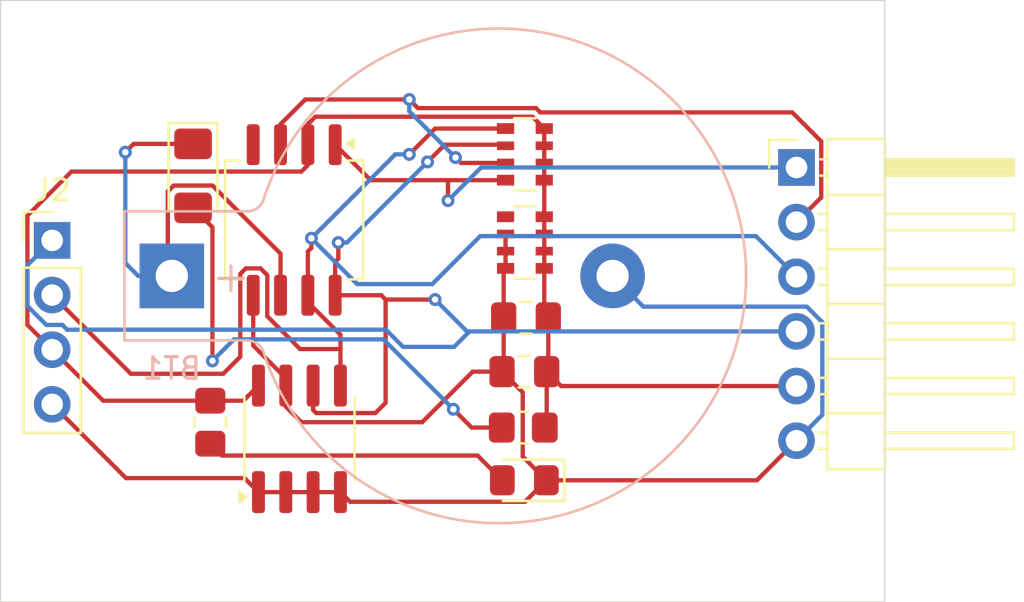
<source format=kicad_pcb>
(kicad_pcb (version 20240108) (generator "pcbnew") (generator_version "8.0")
  (title_block (title "DS3231") (date "2024-10-13") (company "Prince Lee Muhera"))
  (layers (0 "F.Cu" signal) (31 "B.Cu" signal) (34 "B.Paste" user) (35 "F.Paste" user) (36 "B.SilkS" user "B.Silkscreen") (37 "F.SilkS" user "F.Silkscreen") (38 "B.Mask" user) (39 "F.Mask" user) (44 "Edge.Cuts" user))
  (net 0 "")
  (net 1 "Net-(BT1-+)")
  (net 2 "GND")
  (net 3 "VCC")
  (net 4 "Net-(D1-A)")
  (net 5 "Net-(D2-A)")
  (net 6 "Net-(J1-Pin_2)")
  (net 7 "Net-(J1-Pin_3)")
  (net 8 "Net-(J1-Pin_1)")
  (net 9 "Net-(J1-Pin_4)")
  (footprint "MountingHole:MountingHole_2.1mm" (layer "F.Cu") (at 127.1 60.7)
    (property "Reference" "H1" (hide yes))
    (property "Value" "MountingHole" (hide yes))
    (pad "" np_thru_hole circle (at 0 0) (size 2.1 2.1) (drill 2.1) (layers "*.Cu" "*.Mask"))
  )
  (footprint "Resistor_SMD:R_Array_Convex_4x0603" (layer "F.Cu") (at 145.025 65.3)
    (property "Reference" "RN2" (hide yes))
    (property "Value" "R_Pack04" (hide yes))
    (fp_line (start 0.5 -1.68) (end -0.5 -1.68) (stroke (width 0.12)) (layer "F.SilkS"))
    (fp_line (start 0.5 1.68) (end -0.5 1.68) (stroke (width 0.12)) (layer "F.SilkS"))
    (pad "1" smd rect (at -0.9 -1.2) (size 0.8 0.5) (layers "F.Cu" "F.Paste" "F.Mask") (net 7 "Net-(J1-Pin_3)"))
    (pad "2" smd rect (at -0.9 -0.4) (size 0.8 0.4) (layers "F.Cu" "F.Paste" "F.Mask") (net 9 "Net-(J1-Pin_4)"))
    (pad "3" smd rect (at -0.9 0.4) (size 0.8 0.4) (layers "F.Cu" "F.Paste" "F.Mask") (net 6 "Net-(J1-Pin_2)"))
    (pad "4" smd rect (at -0.9 1.2) (size 0.8 0.5) (layers "F.Cu" "F.Paste" "F.Mask") (net 8 "Net-(J1-Pin_1)"))
    (pad "5" smd rect (at 0.9 1.2) (size 0.8 0.5) (layers "F.Cu" "F.Paste" "F.Mask") (net 3 "VCC"))
    (pad "6" smd rect (at 0.9 0.4) (size 0.8 0.4) (layers "F.Cu" "F.Paste" "F.Mask") (net 3 "VCC"))
    (pad "7" smd rect (at 0.9 -0.4) (size 0.8 0.4) (layers "F.Cu" "F.Paste" "F.Mask") (net 3 "VCC"))
    (pad "8" smd rect (at 0.9 -1.2) (size 0.8 0.5) (layers "F.Cu" "F.Paste" "F.Mask") (net 3 "VCC"))
  )
  (footprint "Capacitor_SMD:C_0805_2012Metric_Pad1.18x1.45mm_HandSolder" (layer "F.Cu") (at 145.075 72.9 180)
    (property "Reference" "C1" (hide yes))
    (property "Value" "0.1uF" (hide yes))
    (fp_line (start -0.261252 0.735) (end 0.261252 0.735) (stroke (width 0.12)) (layer "F.SilkS"))
    (fp_line (start -0.261252 -0.735) (end 0.261252 -0.735) (stroke (width 0.12)) (layer "F.SilkS"))
    (pad "1" smd roundrect (at -1.0375 0 180) (size 1.175 1.45) (layers "F.Cu" "F.Paste" "F.Mask") (roundrect_rratio 0.212766) (net 3 "VCC"))
    (pad "2" smd roundrect (at 1.0375 0 180) (size 1.175 1.45) (layers "F.Cu" "F.Paste" "F.Mask") (roundrect_rratio 0.212766) (net 2 "GND"))
  )
  (footprint "Connector_PinHeader_2.54mm:PinHeader_1x06_P2.54mm_Horizontal" (layer "F.Cu") (at 157.65 65.91)
    (property "Reference" "J1" (hide yes))
    (property "Value" "Conn_01x06_Pin" (hide yes))
    (fp_line (start -1.27 -1.27) (end 0 -1.27) (stroke (width 0.12)) (layer "F.SilkS"))
    (fp_line (start -1.27 0) (end -1.27 -1.27) (stroke (width 0.12)) (layer "F.SilkS"))
    (fp_line (start 1.042929 2.16) (end 1.44 2.16) (stroke (width 0.12)) (layer "F.SilkS"))
    (fp_line (start 1.042929 2.92) (end 1.44 2.92) (stroke (width 0.12)) (layer "F.SilkS"))
    (fp_line (start 1.042929 4.7) (end 1.44 4.7) (stroke (width 0.12)) (layer "F.SilkS"))
    (fp_line (start 1.042929 5.46) (end 1.44 5.46) (stroke (width 0.12)) (layer "F.SilkS"))
    (fp_line (start 1.042929 7.24) (end 1.44 7.24) (stroke (width 0.12)) (layer "F.SilkS"))
    (fp_line (start 1.042929 8) (end 1.44 8) (stroke (width 0.12)) (layer "F.SilkS"))
    (fp_line (start 1.042929 9.78) (end 1.44 9.78) (stroke (width 0.12)) (layer "F.SilkS"))
    (fp_line (start 1.042929 10.54) (end 1.44 10.54) (stroke (width 0.12)) (layer "F.SilkS"))
    (fp_line (start 1.042929 12.32) (end 1.44 12.32) (stroke (width 0.12)) (layer "F.SilkS"))
    (fp_line (start 1.042929 13.08) (end 1.44 13.08) (stroke (width 0.12)) (layer "F.SilkS"))
    (fp_line (start 1.11 -0.38) (end 1.44 -0.38) (stroke (width 0.12)) (layer "F.SilkS"))
    (fp_line (start 1.11 0.38) (end 1.44 0.38) (stroke (width 0.12)) (layer "F.SilkS"))
    (fp_line (start 1.44 -1.33) (end 1.44 14.03) (stroke (width 0.12)) (layer "F.SilkS"))
    (fp_line (start 1.44 1.27) (end 4.1 1.27) (stroke (width 0.12)) (layer "F.SilkS"))
    (fp_line (start 1.44 3.81) (end 4.1 3.81) (stroke (width 0.12)) (layer "F.SilkS"))
    (fp_line (start 1.44 6.35) (end 4.1 6.35) (stroke (width 0.12)) (layer "F.SilkS"))
    (fp_line (start 1.44 8.89) (end 4.1 8.89) (stroke (width 0.12)) (layer "F.SilkS"))
    (fp_line (start 1.44 11.43) (end 4.1 11.43) (stroke (width 0.12)) (layer "F.SilkS"))
    (fp_line (start 1.44 14.03) (end 4.1 14.03) (stroke (width 0.12)) (layer "F.SilkS"))
    (fp_line (start 4.1 -1.33) (end 1.44 -1.33) (stroke (width 0.12)) (layer "F.SilkS"))
    (fp_line (start 4.1 -0.38) (end 10.1 -0.38) (stroke (width 0.12)) (layer "F.SilkS"))
    (fp_line (start 4.1 -0.32) (end 10.1 -0.32) (stroke (width 0.12)) (layer "F.SilkS"))
    (fp_line (start 4.1 -0.2) (end 10.1 -0.2) (stroke (width 0.12)) (layer "F.SilkS"))
    (fp_line (start 4.1 -0.08) (end 10.1 -0.08) (stroke (width 0.12)) (layer "F.SilkS"))
    (fp_line (start 4.1 0.04) (end 10.1 0.04) (stroke (width 0.12)) (layer "F.SilkS"))
    (fp_line (start 4.1 0.16) (end 10.1 0.16) (stroke (width 0.12)) (layer "F.SilkS"))
    (fp_line (start 4.1 0.28) (end 10.1 0.28) (stroke (width 0.12)) (layer "F.SilkS"))
    (fp_line (start 4.1 2.16) (end 10.1 2.16) (stroke (width 0.12)) (layer "F.SilkS"))
    (fp_line (start 4.1 4.7) (end 10.1 4.7) (stroke (width 0.12)) (layer "F.SilkS"))
    (fp_line (start 4.1 7.24) (end 10.1 7.24) (stroke (width 0.12)) (layer "F.SilkS"))
    (fp_line (start 4.1 9.78) (end 10.1 9.78) (stroke (width 0.12)) (layer "F.SilkS"))
    (fp_line (start 4.1 12.32) (end 10.1 12.32) (stroke (width 0.12)) (layer "F.SilkS"))
    (fp_line (start 4.1 14.03) (end 4.1 -1.33) (stroke (width 0.12)) (layer "F.SilkS"))
    (fp_line (start 10.1 -0.38) (end 10.1 0.38) (stroke (width 0.12)) (layer "F.SilkS"))
    (fp_line (start 10.1 0.38) (end 4.1 0.38) (stroke (width 0.12)) (layer "F.SilkS"))
    (fp_line (start 10.1 2.16) (end 10.1 2.92) (stroke (width 0.12)) (layer "F.SilkS"))
    (fp_line (start 10.1 2.92) (end 4.1 2.92) (stroke (width 0.12)) (layer "F.SilkS"))
    (fp_line (start 10.1 4.7) (end 10.1 5.46) (stroke (width 0.12)) (layer "F.SilkS"))
    (fp_line (start 10.1 5.46) (end 4.1 5.46) (stroke (width 0.12)) (layer "F.SilkS"))
    (fp_line (start 10.1 7.24) (end 10.1 8) (stroke (width 0.12)) (layer "F.SilkS"))
    (fp_line (start 10.1 8) (end 4.1 8) (stroke (width 0.12)) (layer "F.SilkS"))
    (fp_line (start 10.1 9.78) (end 10.1 10.54) (stroke (width 0.12)) (layer "F.SilkS"))
    (fp_line (start 10.1 10.54) (end 4.1 10.54) (stroke (width 0.12)) (layer "F.SilkS"))
    (fp_line (start 10.1 12.32) (end 10.1 13.08) (stroke (width 0.12)) (layer "F.SilkS"))
    (fp_line (start 10.1 13.08) (end 4.1 13.08) (stroke (width 0.12)) (layer "F.SilkS"))
    (pad "1" thru_hole rect (at 0 0) (size 1.7 1.7) (drill 1) (layers "*.Cu" "*.Mask") (net 8 "Net-(J1-Pin_1)"))
    (pad "2" thru_hole oval (at 0 2.54) (size 1.7 1.7) (drill 1) (layers "*.Cu" "*.Mask") (net 6 "Net-(J1-Pin_2)"))
    (pad "3" thru_hole oval (at 0 5.08) (size 1.7 1.7) (drill 1) (layers "*.Cu" "*.Mask") (net 7 "Net-(J1-Pin_3)"))
    (pad "4" thru_hole oval (at 0 7.62) (size 1.7 1.7) (drill 1) (layers "*.Cu" "*.Mask") (net 9 "Net-(J1-Pin_4)"))
    (pad "5" thru_hole oval (at 0 10.16) (size 1.7 1.7) (drill 1) (layers "*.Cu" "*.Mask") (net 3 "VCC"))
    (pad "6" thru_hole oval (at 0 12.7) (size 1.7 1.7) (drill 1) (layers "*.Cu" "*.Mask") (net 2 "GND"))
  )
  (footprint "Connector_PinHeader_2.54mm:PinHeader_1x04_P2.54mm_Vertical" (layer "F.Cu") (at 123.05 69.3)
    (property "Reference" "J2" (at 0 -2.33 0) (layer "F.SilkS"))
    (property "Value" "Conn_01x04_Socket" (hide yes))
    (fp_line (start -1.33 -1.33) (end 0 -1.33) (stroke (width 0.12)) (layer "F.SilkS"))
    (fp_line (start -1.33 0) (end -1.33 -1.33) (stroke (width 0.12)) (layer "F.SilkS"))
    (fp_line (start -1.33 1.27) (end -1.33 8.95) (stroke (width 0.12)) (layer "F.SilkS"))
    (fp_line (start -1.33 1.27) (end 1.33 1.27) (stroke (width 0.12)) (layer "F.SilkS"))
    (fp_line (start -1.33 8.95) (end 1.33 8.95) (stroke (width 0.12)) (layer "F.SilkS"))
    (fp_line (start 1.33 1.27) (end 1.33 8.95) (stroke (width 0.12)) (layer "F.SilkS"))
    (pad "1" thru_hole rect (at 0 0) (size 1.7 1.7) (drill 1) (layers "*.Cu" "*.Mask") (net 9 "Net-(J1-Pin_4)"))
    (pad "2" thru_hole oval (at 0 2.54) (size 1.7 1.7) (drill 1) (layers "*.Cu" "*.Mask") (net 7 "Net-(J1-Pin_3)"))
    (pad "3" thru_hole oval (at 0 5.08) (size 1.7 1.7) (drill 1) (layers "*.Cu" "*.Mask") (net 3 "VCC"))
    (pad "4" thru_hole oval (at 0 7.62) (size 1.7 1.7) (drill 1) (layers "*.Cu" "*.Mask") (net 2 "GND"))
  )
  (footprint "MountingHole:MountingHole_2.1mm" (layer "F.Cu") (at 154.95 60.7)
    (property "Reference" "H2" (hide yes))
    (property "Value" "MountingHole" (hide yes))
    (pad "" np_thru_hole circle (at 0 0) (size 2.1 2.1) (drill 2.1) (layers "*.Cu" "*.Mask"))
  )
  (footprint "Package_SO:SOIC-8_3.9x4.9mm_P1.27mm" (layer "F.Cu") (at 134.545 78.525 90)
    (property "Reference" "U1" (hide yes))
    (property "Value" "AT24CS32-SSHM" (hide yes))
    (fp_line (start 0 -2.56) (end 1.95 -2.56) (stroke (width 0.12)) (layer "F.SilkS"))
    (fp_line (start 0 -2.56) (end -1.95 -2.56) (stroke (width 0.12)) (layer "F.SilkS"))
    (fp_line (start 0 2.56) (end 1.95 2.56) (stroke (width 0.12)) (layer "F.SilkS"))
    (fp_line (start 0 2.56) (end -1.95 2.56) (stroke (width 0.12)) (layer "F.SilkS"))
    (fp_poly (pts (xy -2.7 -2.465) (xy -2.94 -2.795) (xy -2.46 -2.795) (xy -2.7 -2.465)) (stroke (width 0.12)) (fill solid) (layer "F.SilkS"))
    (pad "1" smd roundrect (at -2.475 -1.905 90) (size 1.95 0.6) (layers "F.Cu" "F.Paste" "F.Mask") (net 2 "GND"))
    (pad "2" smd roundrect (at -2.475 -0.635 90) (size 1.95 0.6) (layers "F.Cu" "F.Paste" "F.Mask") (net 2 "GND"))
    (pad "3" smd roundrect (at -2.475 0.635 90) (size 1.95 0.6) (layers "F.Cu" "F.Paste" "F.Mask") (net 2 "GND"))
    (pad "4" smd roundrect (at -2.475 1.905 90) (size 1.95 0.6) (layers "F.Cu" "F.Paste" "F.Mask") (net 2 "GND"))
    (pad "5" smd roundrect (at 2.475 1.905 90) (size 1.95 0.6) (layers "F.Cu" "F.Paste" "F.Mask") (net 7 "Net-(J1-Pin_3)"))
    (pad "6" smd roundrect (at 2.475 0.635 90) (size 1.95 0.6) (layers "F.Cu" "F.Paste" "F.Mask") (net 9 "Net-(J1-Pin_4)"))
    (pad "7" smd roundrect (at 2.475 -0.635 90) (size 1.95 0.6) (layers "F.Cu" "F.Paste" "F.Mask") (net 2 "GND"))
    (pad "8" smd roundrect (at 2.475 -1.905 90) (size 1.95 0.6) (layers "F.Cu" "F.Paste" "F.Mask") (net 3 "VCC"))
  )
  (footprint "Diode_SMD:D_1206_3216Metric_Pad1.42x1.75mm_HandSolder" (layer "F.Cu") (at 129.6 66.3 -90)
    (property "Reference" "D1" (hide yes))
    (property "Value" "1N4148WT" (hide yes))
    (fp_line (start -2.46 1.135) (end 1.6 1.135) (stroke (width 0.12)) (layer "F.SilkS"))
    (fp_line (start -2.46 -1.135) (end -2.46 1.135) (stroke (width 0.12)) (layer "F.SilkS"))
    (fp_line (start 1.6 -1.135) (end -2.46 -1.135) (stroke (width 0.12)) (layer "F.SilkS"))
    (pad "1" smd roundrect (at -1.4875 0 270) (size 1.425 1.75) (layers "F.Cu" "F.Paste" "F.Mask") (roundrect_rratio 0.175439) (net 1 "Net-(BT1-+)"))
    (pad "2" smd roundrect (at 1.4875 0 270) (size 1.425 1.75) (layers "F.Cu" "F.Paste" "F.Mask") (roundrect_rratio 0.175439) (net 4 "Net-(D1-A)"))
  )
  (footprint "Resistor_SMD:R_0805_2012Metric_Pad1.20x1.40mm_HandSolder" (layer "F.Cu") (at 144.95 78 180)
    (property "Reference" "R1" (hide yes))
    (property "Value" "R_Small" (hide yes))
    (fp_line (start -0.227064 0.735) (end 0.227064 0.735) (stroke (width 0.12)) (layer "F.SilkS"))
    (fp_line (start -0.227064 -0.735) (end 0.227064 -0.735) (stroke (width 0.12)) (layer "F.SilkS"))
    (pad "1" smd roundrect (at -1 0 180) (size 1.2 1.4) (layers "F.Cu" "F.Paste" "F.Mask") (roundrect_rratio 0.208333) (net 3 "VCC"))
    (pad "2" smd roundrect (at 1 0 180) (size 1.2 1.4) (layers "F.Cu" "F.Paste" "F.Mask") (roundrect_rratio 0.208333) (net 4 "Net-(D1-A)"))
  )
  (footprint "Package_SO:SO-8_5.3x6.2mm_P1.27mm" (layer "F.Cu") (at 134.3 68.35 -90)
    (property "Reference" "U2" (hide yes))
    (property "Value" "DS3231MZ" (hide yes))
    (fp_line (start -2.76 3.21) (end -2.76 2.465) (stroke (width 0.12)) (layer "F.SilkS"))
    (fp_line (start 0 3.21) (end -2.76 3.21) (stroke (width 0.12)) (layer "F.SilkS"))
    (fp_line (start 0 3.21) (end 2.76 3.21) (stroke (width 0.12)) (layer "F.SilkS"))
    (fp_line (start 2.76 3.21) (end 2.76 2.465) (stroke (width 0.12)) (layer "F.SilkS"))
    (fp_line (start -2.76 -3.21) (end -2.76 -2.465) (stroke (width 0.12)) (layer "F.SilkS"))
    (fp_line (start 0 -3.21) (end -2.76 -3.21) (stroke (width 0.12)) (layer "F.SilkS"))
    (fp_line (start 0 -3.21) (end 2.76 -3.21) (stroke (width 0.12)) (layer "F.SilkS"))
    (fp_line (start 2.76 -3.21) (end 2.76 -2.465) (stroke (width 0.12)) (layer "F.SilkS"))
    (fp_poly (pts (xy -3.55 -2.465) (xy -3.79 -2.795) (xy -3.31 -2.795) (xy -3.55 -2.465)) (stroke (width 0.12)) (fill solid) (layer "F.SilkS"))
    (pad "1" smd roundrect (at -3.5 -1.905 270) (size 1.9 0.6) (layers "F.Cu" "F.Paste" "F.Mask") (net 8 "Net-(J1-Pin_1)"))
    (pad "2" smd roundrect (at -3.5 -0.635 270) (size 1.9 0.6) (layers "F.Cu" "F.Paste" "F.Mask") (net 3 "VCC"))
    (pad "3" smd roundrect (at -3.5 0.635 270) (size 1.9 0.6) (layers "F.Cu" "F.Paste" "F.Mask") (net 6 "Net-(J1-Pin_2)"))
    (pad "4" smd roundrect (at -3.5 1.905 270) (size 1.9 0.6) (layers "F.Cu" "F.Paste" "F.Mask"))
    (pad "5" smd roundrect (at 3.5 1.905 270) (size 1.9 0.6) (layers "F.Cu" "F.Paste" "F.Mask") (net 2 "GND"))
    (pad "6" smd roundrect (at 3.5 0.635 270) (size 1.9 0.6) (layers "F.Cu" "F.Paste" "F.Mask") (net 1 "Net-(BT1-+)"))
    (pad "7" smd roundrect (at 3.5 -0.635 270) (size 1.9 0.6) (layers "F.Cu" "F.Paste" "F.Mask") (net 7 "Net-(J1-Pin_3)"))
    (pad "8" smd roundrect (at 3.5 -1.905 270) (size 1.9 0.6) (layers "F.Cu" "F.Paste" "F.Mask") (net 9 "Net-(J1-Pin_4)"))
  )
  (footprint "Capacitor_SMD:C_0805_2012Metric_Pad1.18x1.45mm_HandSolder" (layer "F.Cu") (at 145 75.4 180)
    (property "Reference" "C2" (hide yes))
    (property "Value" "1uF" (hide yes))
    (fp_line (start -0.261252 0.735) (end 0.261252 0.735) (stroke (width 0.12)) (layer "F.SilkS"))
    (fp_line (start -0.261252 -0.735) (end 0.261252 -0.735) (stroke (width 0.12)) (layer "F.SilkS"))
    (pad "1" smd roundrect (at -1.0375 0 180) (size 1.175 1.45) (layers "F.Cu" "F.Paste" "F.Mask") (roundrect_rratio 0.212766) (net 3 "VCC"))
    (pad "2" smd roundrect (at 1.0375 0 180) (size 1.175 1.45) (layers "F.Cu" "F.Paste" "F.Mask") (roundrect_rratio 0.212766) (net 2 "GND"))
  )
  (footprint "MountingHole:MountingHole_2.1mm" (layer "F.Cu") (at 154.95 83.4)
    (property "Reference" "H3" (hide yes))
    (property "Value" "MountingHole" (hide yes))
    (pad "" np_thru_hole circle (at 0 0) (size 2.1 2.1) (drill 2.1) (layers "*.Cu" "*.Mask"))
  )
  (footprint "LED_SMD:LED_0805_2012Metric_Pad1.15x1.40mm_HandSolder" (layer "F.Cu") (at 145 80.45 180)
    (property "Reference" "D2" (hide yes))
    (property "Value" "LED" (hide yes))
    (fp_line (start 1 -0.96) (end -1.86 -0.96) (stroke (width 0.12)) (layer "F.SilkS"))
    (fp_line (start -1.86 0.96) (end 1 0.96) (stroke (width 0.12)) (layer "F.SilkS"))
    (fp_line (start -1.86 -0.96) (end -1.86 0.96) (stroke (width 0.12)) (layer "F.SilkS"))
    (pad "1" smd roundrect (at -1.025 0 180) (size 1.15 1.4) (layers "F.Cu" "F.Paste" "F.Mask") (roundrect_rratio 0.217391) (net 2 "GND"))
    (pad "2" smd roundrect (at 1.025 0 180) (size 1.15 1.4) (layers "F.Cu" "F.Paste" "F.Mask") (roundrect_rratio 0.217391) (net 5 "Net-(D2-A)"))
  )
  (footprint "MountingHole:MountingHole_2.1mm" (layer "F.Cu") (at 127.1 83.4)
    (property "Reference" "H4" (hide yes))
    (property "Value" "MountingHole" (hide yes))
    (pad "" np_thru_hole circle (at 0 0) (size 2.1 2.1) (drill 2.1) (layers "*.Cu" "*.Mask"))
  )
  (footprint "Resistor_SMD:R_Array_Convex_4x0603" (layer "F.Cu") (at 145.025 69.4)
    (property "Reference" "RN1" (hide yes))
    (property "Value" "R_Pack04" (hide yes))
    (fp_line (start 0.5 -1.68) (end -0.5 -1.68) (stroke (width 0.12)) (layer "F.SilkS"))
    (fp_line (start 0.5 1.68) (end -0.5 1.68) (stroke (width 0.12)) (layer "F.SilkS"))
    (pad "1" smd rect (at -0.9 -1.2) (size 0.8 0.5) (layers "F.Cu" "F.Paste" "F.Mask"))
    (pad "2" smd rect (at -0.9 -0.4) (size 0.8 0.4) (layers "F.Cu" "F.Paste" "F.Mask") (net 2 "GND"))
    (pad "3" smd rect (at -0.9 0.4) (size 0.8 0.4) (layers "F.Cu" "F.Paste" "F.Mask") (net 2 "GND"))
    (pad "4" smd rect (at -0.9 1.2) (size 0.8 0.5) (layers "F.Cu" "F.Paste" "F.Mask") (net 2 "GND"))
    (pad "5" smd rect (at 0.9 1.2) (size 0.8 0.5) (layers "F.Cu" "F.Paste" "F.Mask") (net 3 "VCC"))
    (pad "6" smd rect (at 0.9 0.4) (size 0.8 0.4) (layers "F.Cu" "F.Paste" "F.Mask") (net 3 "VCC"))
    (pad "7" smd rect (at 0.9 -0.4) (size 0.8 0.4) (layers "F.Cu" "F.Paste" "F.Mask") (net 3 "VCC"))
    (pad "8" smd rect (at 0.9 -1.2) (size 0.8 0.5) (layers "F.Cu" "F.Paste" "F.Mask") (net 3 "VCC"))
  )
  (footprint "Resistor_SMD:R_0805_2012Metric_Pad1.20x1.40mm_HandSolder" (layer "F.Cu") (at 130.4 77.75 -90)
    (property "Reference" "R2" (hide yes))
    (property "Value" "1K" (hide yes))
    (fp_line (start -0.227064 0.735) (end 0.227064 0.735) (stroke (width 0.12)) (layer "F.SilkS"))
    (fp_line (start -0.227064 -0.735) (end 0.227064 -0.735) (stroke (width 0.12)) (layer "F.SilkS"))
    (pad "1" smd roundrect (at -1 0 270) (size 1.2 1.4) (layers "F.Cu" "F.Paste" "F.Mask") (roundrect_rratio 0.208333) (net 3 "VCC"))
    (pad "2" smd roundrect (at 1 0 270) (size 1.2 1.4) (layers "F.Cu" "F.Paste" "F.Mask") (roundrect_rratio 0.208333) (net 5 "Net-(D2-A)"))
  )
  (footprint "Battery:BatteryHolder_Keystone_103_1x20mm" (layer "B.Cu") (at 128.61 70.95)
    (property "Reference" "BT1" (at 0 4.3 360) (layer "B.SilkS") (effects (justify mirror)))
    (property "Value" "Battery_Cell" (hide yes))
    (fp_line (start -2.2 3) (end -2.2 -3) (stroke (width 0.12)) (layer "B.SilkS"))
    (fp_line (start 3.5 -3) (end -2.2 -3) (stroke (width 0.12)) (layer "B.SilkS"))
    (fp_line (start 3.5 3) (end -2.2 3) (stroke (width 0.12)) (layer "B.SilkS"))
    (fp_arc (start 3.5 3) (mid 3.950694 3.136459) (end 4.25 3.5) (stroke (width 0.12)) (layer "B.SilkS"))
    (fp_arc (start 4.25 -3.5) (mid 3.950694 -3.136459) (end 3.5 -3) (stroke (width 0.12)) (layer "B.SilkS"))
    (fp_arc (start 4.25 -3.5) (mid 16.971103 -11.358466) (end 26.695671 0) (stroke (width 0.12)) (layer "B.SilkS"))
    (fp_arc (start 26.695671 0) (mid 16.971103 11.358466) (end 4.25 3.5) (stroke (width 0.12)) (layer "B.SilkS"))
    (fp_text user "+" (at 2.75 0 360) (layer "B.SilkS") (effects (font (size 1.5 1.5)) (justify mirror)))
    (pad "1" thru_hole rect (at 0 0) (size 3 3) (drill 1.5) (layers "*.Cu" "*.Mask") (net 1 "Net-(BT1-+)"))
    (pad "2" thru_hole circle (at 20.49 0) (size 3 3) (drill 1.5) (layers "*.Cu" "*.Mask") (net 2 "GND"))
  )
  (gr_line (start 120.65 59.4) (end 120.65 86.1) (stroke (width 0.05)) (layer "Edge.Cuts"))
  (gr_line (start 120.65 58.15) (end 120.65 59.4) (stroke (width 0.05)) (layer "Edge.Cuts"))
  (gr_line (start 161.75 58.15) (end 120.65 58.15) (stroke (width 0.05)) (layer "Edge.Cuts"))
  (gr_line (start 158.75 86.1) (end 161.75 86.1) (stroke (width 0.05)) (layer "Edge.Cuts"))
  (gr_line (start 161.75 86.1) (end 161.75 58.15) (stroke (width 0.05)) (layer "Edge.Cuts"))
  (gr_line (start 120.65 86.1) (end 158.75 86.1) (stroke (width 0.05)) (layer "Edge.Cuts"))
  (segment (start 133.665 69.915) (end 133.665 71.85) (width 0.2) (layer "F.Cu") (net 1))
  (segment (start 126.8375 64.8125) (end 126.45 65.2) (width 0.2) (layer "F.Cu") (net 1))
  (segment (start 128.7 66.75) (end 130.5 66.75) (width 0.2) (layer "F.Cu") (net 1))
  (segment (start 130.5 66.75) (end 133.665 69.915) (width 0.2) (layer "F.Cu") (net 1))
  (segment (start 129.6 64.8125) (end 126.8375 64.8125) (width 0.2) (layer "F.Cu") (net 1))
  (segment (start 128.425 70.765) (end 128.425 67.025) (width 0.2) (layer "F.Cu") (net 1))
  (segment (start 128.425 67.025) (end 128.7 66.75) (width 0.2) (layer "F.Cu") (net 1))
  (segment (start 128.61 70.95) (end 128.425 70.765) (width 0.2) (layer "F.Cu") (net 1))
  (via (at 126.45 65.2) (size 0.6) (drill 0.3) (layers "F.Cu" "B.Cu") (net 1))
  (segment (start 126.45 65.2) (end 126.45 70.35) (width 0.2) (layer "B.Cu") (net 1))
  (segment (start 126.45 70.35) (end 127.05 70.95) (width 0.2) (layer "B.Cu") (net 1))
  (segment (start 127.05 70.95) (end 128.61 70.95) (width 0.2) (layer "B.Cu") (net 1))
  (segment (start 143.9625 75.4) (end 144.925 76.3625) (width 0.2) (layer "F.Cu") (net 2))
  (segment (start 144.925 76.3625) (end 144.925 79.35) (width 0.2) (layer "F.Cu") (net 2))
  (segment (start 144.125 69.8) (end 144.125 69) (width 0.2) (layer "F.Cu") (net 2))
  (segment (start 133.91 77.024999) (end 134.635001 77.75) (width 0.2) (layer "F.Cu") (net 2))
  (segment (start 132.395 71.85) (end 132.395 74.189448) (width 0.2) (layer "F.Cu") (net 2))
  (segment (start 157.65 78.61) (end 155.81 80.45) (width 0.2) (layer "F.Cu") (net 2))
  (segment (start 126.48 80.35) (end 123.05 76.92) (width 0.2) (layer "F.Cu") (net 2))
  (segment (start 144.925 79.35) (end 146.025 80.45) (width 0.2) (layer "F.Cu") (net 2))
  (segment (start 135.18 81) (end 133.91 81) (width 0.2) (layer "F.Cu") (net 2))
  (segment (start 136.9 81.45) (end 145.025 81.45) (width 0.2) (layer "F.Cu") (net 2))
  (segment (start 131.99 80.35) (end 126.48 80.35) (width 0.2) (layer "F.Cu") (net 2))
  (segment (start 142.601471 75.4) (end 143.9625 75.4) (width 0.2) (layer "F.Cu") (net 2))
  (segment (start 144.0375 70.6875) (end 144.125 70.6) (width 0.2) (layer "F.Cu") (net 2))
  (segment (start 144.0375 72.9) (end 144.0375 75.325) (width 0.2) (layer "F.Cu") (net 2))
  (segment (start 144.0375 72.9) (end 144.0375 70.6875) (width 0.2) (layer "F.Cu") (net 2))
  (segment (start 140.251471 77.75) (end 142.601471 75.4) (width 0.2) (layer "F.Cu") (net 2))
  (segment (start 144.125 70.6) (end 144.125 69.8) (width 0.2) (layer "F.Cu") (net 2))
  (segment (start 136.45 81) (end 136.9 81.45) (width 0.2) (layer "F.Cu") (net 2))
  (segment (start 155.81 80.45) (end 146.025 80.45) (width 0.2) (layer "F.Cu") (net 2))
  (segment (start 132.395 74.189448) (end 133.91 75.704448) (width 0.2) (layer "F.Cu") (net 2))
  (segment (start 133.91 76.05) (end 133.91 77.024999) (width 0.2) (layer "F.Cu") (net 2))
  (segment (start 133.91 75.704448) (end 133.91 76.05) (width 0.2) (layer "F.Cu") (net 2))
  (segment (start 132.64 81) (end 131.99 80.35) (width 0.2) (layer "F.Cu") (net 2))
  (segment (start 144.0375 75.325) (end 143.9625 75.4) (width 0.2) (layer "F.Cu") (net 2))
  (segment (start 145.025 81.45) (end 146.025 80.45) (width 0.2) (layer "F.Cu") (net 2))
  (segment (start 136.45 81) (end 135.18 81) (width 0.2) (layer "F.Cu") (net 2))
  (segment (start 133.91 81) (end 132.64 81) (width 0.2) (layer "F.Cu") (net 2))
  (segment (start 134.635001 77.75) (end 140.251471 77.75) (width 0.2) (layer "F.Cu") (net 2))
  (segment (start 158.13 72.38) (end 158.85 73.1) (width 0.2) (layer "B.Cu") (net 2))
  (segment (start 149.1 70.95) (end 150.53 72.38) (width 0.2) (layer "B.Cu") (net 2))
  (segment (start 158.85 77.41) (end 157.65 78.61) (width 0.2) (layer "B.Cu") (net 2))
  (segment (start 150.53 72.38) (end 158.13 72.38) (width 0.2) (layer "B.Cu") (net 2))
  (segment (start 158.85 73.1) (end 158.85 77.41) (width 0.2) (layer "B.Cu") (net 2))
  (segment (start 134.935 65.799999) (end 134.935 64.85) (width 0.2) (layer "F.Cu") (net 3))
  (segment (start 131.94 76.75) (end 132.64 76.05) (width 0.2) (layer "F.Cu") (net 3))
  (segment (start 130.4 76.75) (end 125.42 76.75) (width 0.2) (layer "F.Cu") (net 3))
  (segment (start 145.925 70.6) (end 145.925 72.7125) (width 0.2) (layer "F.Cu") (net 3))
  (segment (start 145.925 65.7) (end 145.925 66.5) (width 0.2) (layer "F.Cu") (net 3))
  (segment (start 125.42 76.75) (end 123.05 74.38) (width 0.2) (layer "F.Cu") (net 3))
  (segment (start 123.95 66.1) (end 134.634999 66.1) (width 0.2) (layer "F.Cu") (net 3))
  (segment (start 145.925 64.9) (end 145.925 65.7) (width 0.2) (layer "F.Cu") (net 3))
  (segment (start 157.65 76.07) (end 146.7075 76.07) (width 0.2) (layer "F.Cu") (net 3))
  (segment (start 145.925 68.2) (end 145.925 69) (width 0.2) (layer "F.Cu") (net 3))
  (segment (start 135.285001 63.55) (end 145.375 63.55) (width 0.2) (layer "F.Cu") (net 3))
  (segment (start 134.935 63.900001) (end 135.285001 63.55) (width 0.2) (layer "F.Cu") (net 3))
  (segment (start 145.925 66.5) (end 145.925 68.2) (width 0.2) (layer "F.Cu") (net 3))
  (segment (start 146.0375 77.9125) (end 145.95 78) (width 0.2) (layer "F.Cu") (net 3))
  (segment (start 146.0375 75.4) (end 146.0375 77.9125) (width 0.2) (layer "F.Cu") (net 3))
  (segment (start 134.634999 66.1) (end 134.935 65.799999) (width 0.2) (layer "F.Cu") (net 3))
  (segment (start 123.05 74.38) (end 121.9 73.23) (width 0.2) (layer "F.Cu") (net 3))
  (segment (start 145.375 63.55) (end 145.925 64.1) (width 0.2) (layer "F.Cu") (net 3))
  (segment (start 146.7075 76.07) (end 146.0375 75.4) (width 0.2) (layer "F.Cu") (net 3))
  (segment (start 145.925 70.6) (end 145.925 69.8) (width 0.2) (layer "F.Cu") (net 3))
  (segment (start 121.9 73.23) (end 121.9 68.15) (width 0.2) (layer "F.Cu") (net 3))
  (segment (start 145.925 64.1) (end 145.925 64.9) (width 0.2) (layer "F.Cu") (net 3))
  (segment (start 134.935 64.85) (end 134.935 63.900001) (width 0.2) (layer "F.Cu") (net 3))
  (segment (start 130.4 76.75) (end 131.94 76.75) (width 0.2) (layer "F.Cu") (net 3))
  (segment (start 145.925 72.7125) (end 146.1125 72.9) (width 0.2) (layer "F.Cu") (net 3))
  (segment (start 145.925 69.8) (end 145.925 69) (width 0.2) (layer "F.Cu") (net 3))
  (segment (start 121.9 68.15) (end 123.95 66.1) (width 0.2) (layer "F.Cu") (net 3))
  (segment (start 146.1125 72.9) (end 146.1125 75.325) (width 0.2) (layer "F.Cu") (net 3))
  (segment (start 146.1125 75.325) (end 146.0375 75.4) (width 0.2) (layer "F.Cu") (net 3))
  (segment (start 130.5 68.6875) (end 129.6 67.7875) (width 0.2) (layer "F.Cu") (net 4))
  (segment (start 141.7 77.15) (end 142.55 78) (width 0.2) (layer "F.Cu") (net 4))
  (segment (start 130.5 74.9) (end 130.5 68.6875) (width 0.2) (layer "F.Cu") (net 4))
  (segment (start 142.55 78) (end 143.95 78) (width 0.2) (layer "F.Cu") (net 4))
  (via (at 130.5 74.9) (size 0.6) (drill 0.3) (layers "F.Cu" "B.Cu") (net 4))
  (via (at 141.7 77.15) (size 0.6) (drill 0.3) (layers "F.Cu" "B.Cu") (net 4))
  (segment (start 131.5 73.9) (end 138.45 73.9) (width 0.2) (layer "B.Cu") (net 4))
  (segment (start 130.5 74.9) (end 131.5 73.9) (width 0.2) (layer "B.Cu") (net 4))
  (segment (start 138.45 73.9) (end 141.7 77.15) (width 0.2) (layer "B.Cu") (net 4))
  (segment (start 142.825 79.3) (end 143.975 80.45) (width 0.2) (layer "F.Cu") (net 5))
  (segment (start 130.4 78.75) (end 130.95 79.3) (width 0.2) (layer "F.Cu") (net 5))
  (segment (start 130.95 79.3) (end 142.825 79.3) (width 0.2) (layer "F.Cu") (net 5))
  (segment (start 134.815001 62.75) (end 139.65 62.75) (width 0.2) (layer "F.Cu") (net 6))
  (segment (start 145.540686 63.15) (end 140.05 63.15) (width 0.2) (layer "F.Cu") (net 6))
  (segment (start 157.65 68.45) (end 158.8 67.3) (width 0.2) (layer "F.Cu") (net 6))
  (segment (start 158.8 67.3) (end 158.8 64.7) (width 0.2) (layer "F.Cu") (net 6))
  (segment (start 133.665 64.85) (end 133.665 63.900001) (width 0.2) (layer "F.Cu") (net 6))
  (segment (start 141.8 65.45) (end 142.05 65.7) (width 0.2) (layer "F.Cu") (net 6))
  (segment (start 157.45 63.35) (end 145.740686 63.35) (width 0.2) (layer "F.Cu") (net 6))
  (segment (start 142.05 65.7) (end 144.125 65.7) (width 0.2) (layer "F.Cu") (net 6))
  (segment (start 158.8 64.7) (end 157.45 63.35) (width 0.2) (layer "F.Cu") (net 6))
  (segment (start 140.05 63.15) (end 139.65 62.75) (width 0.2) (layer "F.Cu") (net 6))
  (segment (start 133.665 63.900001) (end 134.815001 62.75) (width 0.2) (layer "F.Cu") (net 6))
  (segment (start 145.740686 63.35) (end 145.540686 63.15) (width 0.2) (layer "F.Cu") (net 6))
  (via (at 139.65 62.75) (size 0.6) (drill 0.3) (layers "F.Cu" "B.Cu") (net 6))
  (via (at 141.8 65.45) (size 0.6) (drill 0.3) (layers "F.Cu" "B.Cu") (net 6))
  (segment (start 139.65 63.3) (end 141.8 65.45) (width 0.2) (layer "B.Cu") (net 6))
  (segment (start 139.65 62.75) (end 139.65 63.3) (width 0.2) (layer "B.Cu") (net 6))
  (segment (start 132.735552 70.6) (end 133.05 70.914448) (width 0.2) (layer "F.Cu") (net 7))
  (segment (start 134.935 69.815) (end 134.935 71.85) (width 0.2) (layer "F.Cu") (net 7))
  (segment (start 136.45 74.35) (end 136.45 73.685552) (width 0.2) (layer "F.Cu") (net 7))
  (segment (start 134.574448 74.35) (end 136.45 74.35) (width 0.2) (layer "F.Cu") (net 7))
  (segment (start 131.795 70.859448) (end 132.054448 70.6) (width 0.2) (layer "F.Cu") (net 7))
  (segment (start 131 75.5) (end 131.795 74.705) (width 0.2) (layer "F.Cu") (net 7))
  (segment (start 136.45 76.05) (end 136.45 74.35) (width 0.2) (layer "F.Cu") (net 7))
  (segment (start 140.85 64.1) (end 139.65 65.3) (width 0.2) (layer "F.Cu") (net 7))
  (segment (start 133.05 70.914448) (end 133.05 72.825552) (width 0.2) (layer "F.Cu") (net 7))
  (segment (start 132.054448 70.6) (end 132.735552 70.6) (width 0.2) (layer "F.Cu") (net 7))
  (segment (start 135.1 69.65) (end 134.935 69.815) (width 0.2) (layer "F.Cu") (net 7))
  (segment (start 133.05 72.825552) (end 134.574448 74.35) (width 0.2) (layer "F.Cu") (net 7))
  (segment (start 134.935 72.170552) (end 134.935 71.85) (width 0.2) (layer "F.Cu") (net 7))
  (segment (start 126.71 75.5) (end 131 75.5) (width 0.2) (layer "F.Cu") (net 7))
  (segment (start 136.45 73.685552) (end 134.935 72.170552) (width 0.2) (layer "F.Cu") (net 7))
  (segment (start 131.795 74.705) (end 131.795 70.859448) (width 0.2) (layer "F.Cu") (net 7))
  (segment (start 123.05 71.84) (end 126.71 75.5) (width 0.2) (layer "F.Cu") (net 7))
  (segment (start 144.125 64.1) (end 140.85 64.1) (width 0.2) (layer "F.Cu") (net 7))
  (segment (start 135.1 69.2) (end 135.1 69.65) (width 0.2) (layer "F.Cu") (net 7))
  (via (at 135.1 69.2) (size 0.6) (drill 0.3) (layers "F.Cu" "B.Cu") (net 7))
  (via (at 139.65 65.3) (size 0.6) (drill 0.3) (layers "F.Cu" "B.Cu") (net 7))
  (segment (start 135 69.1) (end 135.1 69.2) (width 0.2) (layer "B.Cu") (net 7))
  (segment (start 139.65 65.3) (end 139 65.3) (width 0.2) (layer "B.Cu") (net 7))
  (segment (start 155.76 69.1) (end 142.95 69.1) (width 0.2) (layer "B.Cu") (net 7))
  (segment (start 157.65 70.99) (end 155.76 69.1) (width 0.2) (layer "B.Cu") (net 7))
  (segment (start 140.72 71.33) (end 137.23 71.33) (width 0.2) (layer "B.Cu") (net 7))
  (segment (start 139 65.3) (end 135.1 69.2) (width 0.2) (layer "B.Cu") (net 7))
  (segment (start 142.95 69.1) (end 140.72 71.33) (width 0.2) (layer "B.Cu") (net 7))
  (segment (start 137.23 71.33) (end 135.1 69.2) (width 0.2) (layer "B.Cu") (net 7))
  (segment (start 141.45 66.5) (end 144.125 66.5) (width 0.2) (layer "F.Cu") (net 8))
  (segment (start 137.855 66.5) (end 141.45 66.5) (width 0.2) (layer "F.Cu") (net 8))
  (segment (start 141.45 67.45) (end 141.45 66.5) (width 0.2) (layer "F.Cu") (net 8))
  (segment (start 136.205 64.85) (end 137.855 66.5) (width 0.2) (layer "F.Cu") (net 8))
  (via (at 141.45 67.45) (size 0.6) (drill 0.3) (layers "F.Cu" "B.Cu") (net 8))
  (segment (start 142.99 65.91) (end 157.65 65.91) (width 0.2) (layer "B.Cu") (net 8))
  (segment (start 141.45 67.45) (end 142.99 65.91) (width 0.2) (layer "B.Cu") (net 8))
  (segment (start 138.075 77.325) (end 135.325 77.325) (width 0.2) (layer "F.Cu") (net 9))
  (segment (start 144.125 64.9) (end 144.075 64.85) (width 0.2) (layer "F.Cu") (net 9))
  (segment (start 135.18 77.18) (end 135.18 76.05) (width 0.2) (layer "F.Cu") (net 9))
  (segment (start 136.205 70.295) (end 136.205 71.85) (width 0.2) (layer "F.Cu") (net 9))
  (segment (start 136.35 70.15) (end 136.205 70.295) (width 0.2) (layer "F.Cu") (net 9))
  (segment (start 144.075 64.85) (end 141.3 64.85) (width 0.2) (layer "F.Cu") (net 9))
  (segment (start 138.55 72.1) (end 138.55 76.85) (width 0.2) (layer "F.Cu") (net 9))
  (segment (start 138.55 72.05) (end 138.55 72.1) (width 0.2) (layer "F.Cu") (net 9))
  (segment (start 138.35 71.85) (end 138.55 72.05) (width 0.2) (layer "F.Cu") (net 9))
  (segment (start 141.3 64.85) (end 140.5 65.65) (width 0.2) (layer "F.Cu") (net 9))
  (segment (start 138.6 72.05) (end 138.55 72.1) (width 0.2) (layer "F.Cu") (net 9))
  (segment (start 136.205 71.85) (end 138.35 71.85) (width 0.2) (layer "F.Cu") (net 9))
  (segment (start 138.55 76.85) (end 138.075 77.325) (width 0.2) (layer "F.Cu") (net 9))
  (segment (start 140.85 72.05) (end 138.6 72.05) (width 0.2) (layer "F.Cu") (net 9))
  (segment (start 136.35 69.4) (end 136.35 70.15) (width 0.2) (layer "F.Cu") (net 9))
  (segment (start 135.325 77.325) (end 135.18 77.18) (width 0.2) (layer "F.Cu") (net 9))
  (via (at 136.35 69.4) (size 0.6) (drill 0.3) (layers "F.Cu" "B.Cu") (net 9))
  (via (at 140.85 72.05) (size 0.6) (drill 0.3) (layers "F.Cu" "B.Cu") (net 9))
  (via (at 140.5 65.65) (size 0.6) (drill 0.3) (layers "F.Cu" "B.Cu") (net 9))
  (segment (start 142.33 73.53) (end 140.85 72.05) (width 0.2) (layer "B.Cu") (net 9))
  (segment (start 139.365686 74.25) (end 141.73 74.25) (width 0.2) (layer "B.Cu") (net 9))
  (segment (start 140.5 65.65) (end 136.75 69.4) (width 0.2) (layer "B.Cu") (net 9))
  (segment (start 123.746346 73.45) (end 123.526346 73.23) (width 0.2) (layer "B.Cu") (net 9))
  (segment (start 121.9 72.35) (end 121.9 70.45) (width 0.2) (layer "B.Cu") (net 9))
  (segment (start 123.526346 73.23) (end 122.78 73.23) (width 0.2) (layer "B.Cu") (net 9))
  (segment (start 142.45 73.53) (end 142.33 73.53) (width 0.2) (layer "B.Cu") (net 9))
  (segment (start 141.73 74.25) (end 142.45 73.53) (width 0.2) (layer "B.Cu") (net 9))
  (segment (start 139.365686 74.25) (end 138.565686 73.45) (width 0.2) (layer "B.Cu") (net 9))
  (segment (start 157.65 73.53) (end 142.45 73.53) (width 0.2) (layer "B.Cu") (net 9))
  (segment (start 138.565686 73.45) (end 123.746346 73.45) (width 0.2) (layer "B.Cu") (net 9))
  (segment (start 122.78 73.23) (end 121.9 72.35) (width 0.2) (layer "B.Cu") (net 9))
  (segment (start 136.75 69.4) (end 136.35 69.4) (width 0.2) (layer "B.Cu") (net 9))
  (segment (start 121.9 70.45) (end 123.05 69.3) (width 0.2) (layer "B.Cu") (net 9))
)
</source>
